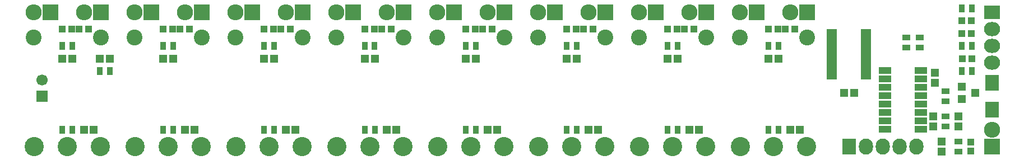
<source format=gts>
G04 #@! TF.FileFunction,Soldermask,Top*
%FSLAX46Y46*%
G04 Gerber Fmt 4.6, Leading zero omitted, Abs format (unit mm)*
G04 Created by KiCad (PCBNEW 4.0.4-1.fc25-product) date Thu Nov  3 21:21:28 2016*
%MOMM*%
%LPD*%
G01*
G04 APERTURE LIST*
%ADD10C,0.100000*%
%ADD11R,0.900000X1.300000*%
%ADD12R,1.200000X1.150000*%
%ADD13C,2.899360*%
%ADD14R,1.150000X1.200000*%
%ADD15R,1.700000X1.700000*%
%ADD16C,1.700000*%
%ADD17R,1.100000X1.000000*%
%ADD18R,1.000000X1.100000*%
%ADD19R,1.197560X1.197560*%
%ADD20R,2.432000X2.432000*%
%ADD21O,2.432000X2.432000*%
%ADD22R,2.432000X2.127200*%
%ADD23O,2.432000X2.127200*%
%ADD24R,1.200100X1.200100*%
%ADD25R,1.300000X0.900000*%
%ADD26C,2.398980*%
%ADD27R,1.600000X0.800000*%
%ADD28R,2.127200X2.432000*%
%ADD29O,2.127200X2.432000*%
%ADD30R,1.900000X1.000000*%
%ADD31R,2.000000X2.400000*%
G04 APERTURE END LIST*
D10*
D11*
X117590000Y-71120000D03*
X116090000Y-71120000D03*
D12*
X88900000Y-83820000D03*
X90400000Y-83820000D03*
D11*
X87110000Y-83820000D03*
X85610000Y-83820000D03*
D12*
X104140000Y-83820000D03*
X105640000Y-83820000D03*
D11*
X102350000Y-83820000D03*
X100850000Y-83820000D03*
D13*
X25400000Y-86360000D03*
X20398740Y-86360000D03*
X30401260Y-86360000D03*
D12*
X142760000Y-78232000D03*
X144260000Y-78232000D03*
D14*
X156464000Y-75196000D03*
X156464000Y-76696000D03*
X156210000Y-81812000D03*
X156210000Y-83312000D03*
D12*
X131330000Y-73025000D03*
X132830000Y-73025000D03*
X116090000Y-73025000D03*
X117590000Y-73025000D03*
X100850000Y-73025000D03*
X102350000Y-73025000D03*
X85610000Y-73025000D03*
X87110000Y-73025000D03*
X70370000Y-73025000D03*
X71870000Y-73025000D03*
X55130000Y-73025000D03*
X56630000Y-73025000D03*
X39890000Y-73025000D03*
X41390000Y-73025000D03*
X24650000Y-73025000D03*
X26150000Y-73025000D03*
D15*
X21590000Y-78740000D03*
D16*
X21590000Y-76240000D03*
D12*
X27940000Y-83820000D03*
X29440000Y-83820000D03*
X43180000Y-83820000D03*
X44680000Y-83820000D03*
X58420000Y-83820000D03*
X59920000Y-83820000D03*
X119380000Y-83820000D03*
X120880000Y-83820000D03*
X73660000Y-83820000D03*
X75160000Y-83820000D03*
X134620000Y-83820000D03*
X136120000Y-83820000D03*
D17*
X161925000Y-87060000D03*
X161925000Y-85660000D03*
D18*
X161990000Y-67310000D03*
X160590000Y-67310000D03*
D19*
X160020000Y-81800700D03*
X160020000Y-83299300D03*
D18*
X161990000Y-69215000D03*
X160590000Y-69215000D03*
X162055000Y-73025000D03*
X160655000Y-73025000D03*
D19*
X157480000Y-87109300D03*
X157480000Y-85610700D03*
D18*
X27240000Y-68580000D03*
X28640000Y-68580000D03*
X42480000Y-68580000D03*
X43880000Y-68580000D03*
X57720000Y-68580000D03*
X59120000Y-68580000D03*
X72960000Y-68580000D03*
X74360000Y-68580000D03*
X88200000Y-68580000D03*
X89600000Y-68580000D03*
X103440000Y-68580000D03*
X104840000Y-68580000D03*
X118680000Y-68580000D03*
X120080000Y-68580000D03*
X133920000Y-68580000D03*
X135320000Y-68580000D03*
D19*
X31864300Y-73025000D03*
X30365700Y-73025000D03*
D18*
X39940000Y-68580000D03*
X41340000Y-68580000D03*
X70420000Y-68580000D03*
X71820000Y-68580000D03*
X100900000Y-68580000D03*
X102300000Y-68580000D03*
X131380000Y-68580000D03*
X132780000Y-68580000D03*
X24700000Y-68580000D03*
X26100000Y-68580000D03*
X55180000Y-68580000D03*
X56580000Y-68580000D03*
X85660000Y-68580000D03*
X87060000Y-68580000D03*
X116140000Y-68580000D03*
X117540000Y-68580000D03*
D20*
X165100000Y-86360000D03*
D21*
X165100000Y-83820000D03*
D22*
X165100000Y-66040000D03*
D23*
X165100000Y-68580000D03*
X165100000Y-71120000D03*
X165100000Y-73660000D03*
D20*
X30480000Y-66040000D03*
D21*
X27940000Y-66040000D03*
D20*
X45720000Y-66040000D03*
D21*
X43180000Y-66040000D03*
D20*
X60960000Y-66040000D03*
D21*
X58420000Y-66040000D03*
D20*
X76200000Y-66040000D03*
D21*
X73660000Y-66040000D03*
D20*
X22860000Y-66040000D03*
D21*
X20320000Y-66040000D03*
D13*
X86360000Y-86360000D03*
X81358740Y-86360000D03*
X91361260Y-86360000D03*
D20*
X91440000Y-66040000D03*
D21*
X88900000Y-66040000D03*
D20*
X38100000Y-66040000D03*
D21*
X35560000Y-66040000D03*
D13*
X40640000Y-86360000D03*
X35638740Y-86360000D03*
X45641260Y-86360000D03*
X101600000Y-86360000D03*
X96598740Y-86360000D03*
X106601260Y-86360000D03*
D20*
X106680000Y-66040000D03*
D21*
X104140000Y-66040000D03*
D20*
X53340000Y-66040000D03*
D21*
X50800000Y-66040000D03*
D13*
X55880000Y-86360000D03*
X50878740Y-86360000D03*
X60881260Y-86360000D03*
X116840000Y-86360000D03*
X111838740Y-86360000D03*
X121841260Y-86360000D03*
D20*
X121920000Y-66040000D03*
D21*
X119380000Y-66040000D03*
D20*
X68580000Y-66040000D03*
D21*
X66040000Y-66040000D03*
D20*
X137160000Y-66040000D03*
D21*
X134620000Y-66040000D03*
D20*
X83820000Y-66040000D03*
D21*
X81280000Y-66040000D03*
D13*
X71120000Y-86360000D03*
X66118740Y-86360000D03*
X76121260Y-86360000D03*
X132080000Y-86360000D03*
X127078740Y-86360000D03*
X137081260Y-86360000D03*
D20*
X99060000Y-66040000D03*
D21*
X96520000Y-66040000D03*
D20*
X114300000Y-66040000D03*
D21*
X111760000Y-66040000D03*
D20*
X129540000Y-66040000D03*
D21*
X127000000Y-66040000D03*
D24*
X160543240Y-77282000D03*
X160543240Y-79182000D03*
X162542220Y-78232000D03*
D11*
X160540000Y-74930000D03*
X162040000Y-74930000D03*
D25*
X158115000Y-79490000D03*
X158115000Y-77990000D03*
D11*
X160540000Y-71120000D03*
X162040000Y-71120000D03*
X160540000Y-65405000D03*
X162040000Y-65405000D03*
D25*
X160020000Y-87110000D03*
X160020000Y-85610000D03*
X158115000Y-81800000D03*
X158115000Y-83300000D03*
D11*
X30365000Y-74930000D03*
X31865000Y-74930000D03*
D26*
X20320000Y-69850000D03*
X30480000Y-69850000D03*
X35560000Y-69850000D03*
X45720000Y-69850000D03*
X50800000Y-69850000D03*
X60960000Y-69850000D03*
X66040000Y-69850000D03*
X76200000Y-69850000D03*
X81280000Y-69850000D03*
X91440000Y-69850000D03*
X96520000Y-69850000D03*
X106680000Y-69850000D03*
X111760000Y-69850000D03*
X121920000Y-69850000D03*
X127000000Y-69850000D03*
X137160000Y-69850000D03*
D11*
X41390000Y-83820000D03*
X39890000Y-83820000D03*
X71870000Y-83820000D03*
X70370000Y-83820000D03*
X132830000Y-83820000D03*
X131330000Y-83820000D03*
X26150000Y-83820000D03*
X24650000Y-83820000D03*
X56630000Y-83820000D03*
X55130000Y-83820000D03*
X117590000Y-83820000D03*
X116090000Y-83820000D03*
D27*
X146110000Y-75882500D03*
X146110000Y-75247500D03*
X146110000Y-74612500D03*
X146110000Y-73977500D03*
X146110000Y-73342500D03*
X146110000Y-72707500D03*
X146110000Y-72072500D03*
X146110000Y-71437500D03*
X146110000Y-70802500D03*
X146110000Y-70167500D03*
X146110000Y-69532500D03*
X146110000Y-68897500D03*
X140910000Y-68897500D03*
X140910000Y-69532500D03*
X140910000Y-70167500D03*
X140910000Y-70802500D03*
X140910000Y-71437500D03*
X140910000Y-72072500D03*
X140910000Y-72707500D03*
X140910000Y-73342500D03*
X140910000Y-73977500D03*
X140910000Y-74612500D03*
X140910000Y-75247500D03*
X140910000Y-75882500D03*
D11*
X26150000Y-71120000D03*
X24650000Y-71120000D03*
X41390000Y-71120000D03*
X39890000Y-71120000D03*
X56630000Y-71120000D03*
X55130000Y-71120000D03*
X71845000Y-71120000D03*
X70345000Y-71120000D03*
X87110000Y-71120000D03*
X85610000Y-71120000D03*
X102350000Y-71120000D03*
X100850000Y-71120000D03*
X132830000Y-71120000D03*
X131330000Y-71120000D03*
D28*
X143510000Y-86360000D03*
D29*
X146050000Y-86360000D03*
X148590000Y-86360000D03*
X151130000Y-86360000D03*
X153670000Y-86360000D03*
D25*
X154178000Y-71362000D03*
X154178000Y-69862000D03*
X152146000Y-71362000D03*
X152146000Y-69862000D03*
D30*
X148938000Y-74803000D03*
X148938000Y-76073000D03*
X148938000Y-77343000D03*
X148938000Y-78613000D03*
X148938000Y-79883000D03*
X148938000Y-81153000D03*
X148938000Y-82423000D03*
X148938000Y-83693000D03*
X154338000Y-83693000D03*
X154338000Y-82423000D03*
X154338000Y-81153000D03*
X154338000Y-79883000D03*
X154338000Y-78613000D03*
X154338000Y-77343000D03*
X154338000Y-76073000D03*
X154338000Y-74803000D03*
D31*
X165100000Y-80740000D03*
X165100000Y-76740000D03*
M02*

</source>
